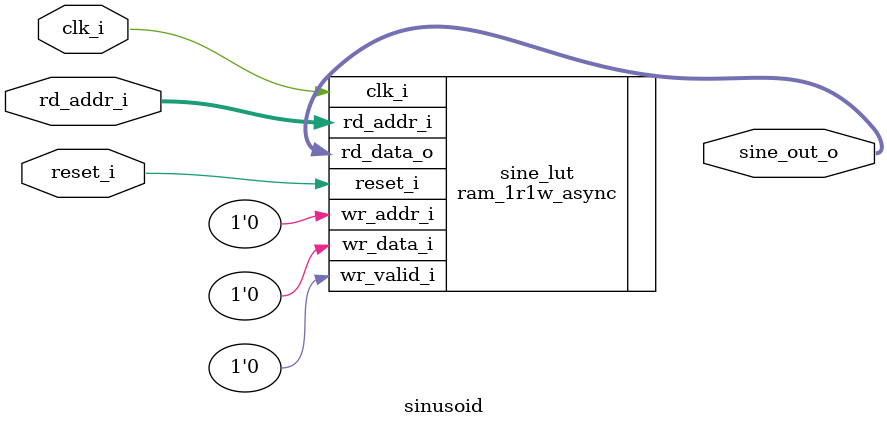
<source format=sv>
`ifndef HEXPATH
`define HEXPATH "/workspaces/lab-3-behavioral-verilog-jasonwaseq/part4/sinusoid/"
`endif
module sinusoid
  #(parameter [31:0] depth_p = 100  
   ,parameter [31:0] width_p = 12)  
  (input logic clk_i
  ,input logic reset_i
  
  ,input logic [$clog2(depth_p)-1:0] rd_addr_i
  ,output logic signed [width_p-1:0] sine_out_o);

  ram_1r1w_async #(
    .width_p(width_p),
    .depth_p(depth_p),
    .filename_p("sine.hex")
  ) sine_lut (
    .clk_i(clk_i),
    .reset_i(reset_i),
    .wr_valid_i(1'b0),       
    .wr_data_i('0),
    .wr_addr_i('0),
    .rd_addr_i(rd_addr_i),
    .rd_data_o(sine_out_o)
  );

endmodule

</source>
